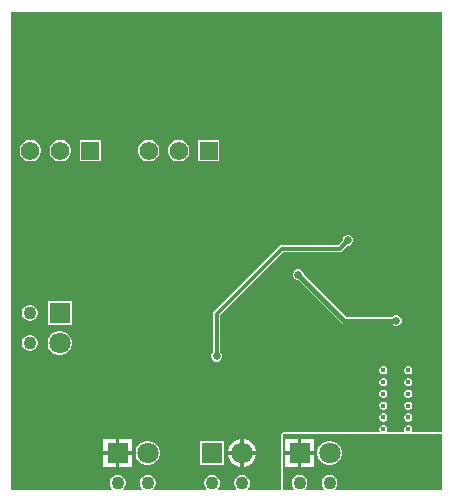
<source format=gbr>
%TF.GenerationSoftware,Altium Limited,Altium Designer,24.6.1 (21)*%
G04 Layer_Physical_Order=4*
G04 Layer_Color=16711680*
%FSLAX45Y45*%
%MOMM*%
%TF.SameCoordinates,18E76ECD-83C5-444D-8C50-6D49F83D0F89*%
%TF.FilePolarity,Positive*%
%TF.FileFunction,Copper,L4,Bot,Signal*%
%TF.Part,Single*%
G01*
G75*
%TA.AperFunction,Conductor*%
%ADD37C,0.30000*%
%ADD38C,0.38100*%
%TA.AperFunction,ComponentPad*%
%ADD39C,1.10000*%
%ADD40R,1.80000X1.80000*%
%ADD41C,1.80000*%
%ADD42C,1.57480*%
%ADD43R,1.57480X1.57480*%
%ADD44R,1.80000X1.80000*%
%TA.AperFunction,ViaPad*%
%ADD45C,0.45000*%
%ADD46C,0.65000*%
%ADD47C,0.60000*%
G36*
X1824511Y-1536470D02*
X1579360D01*
X1572097Y-1523970D01*
X1575000Y-1516962D01*
Y-1503038D01*
X1569671Y-1490174D01*
X1559826Y-1480329D01*
X1546962Y-1475000D01*
X1533038D01*
X1520174Y-1480329D01*
X1510328Y-1490174D01*
X1505000Y-1503038D01*
Y-1516962D01*
X1507902Y-1523970D01*
X1500640Y-1536470D01*
X1369360D01*
X1362097Y-1523970D01*
X1365000Y-1516962D01*
Y-1503038D01*
X1359671Y-1490174D01*
X1349826Y-1480329D01*
X1336962Y-1475000D01*
X1323038D01*
X1310174Y-1480329D01*
X1300328Y-1490174D01*
X1295000Y-1503038D01*
Y-1516962D01*
X1297902Y-1523970D01*
X1290640Y-1536470D01*
X480000D01*
X470433Y-1540433D01*
X466470Y-1550000D01*
Y-2024512D01*
X186626D01*
X181448Y-2012011D01*
X188013Y-2005446D01*
X196900Y-1990054D01*
X201500Y-1972887D01*
Y-1955114D01*
X196900Y-1937946D01*
X188013Y-1922554D01*
X175446Y-1909987D01*
X160054Y-1901100D01*
X142886Y-1896500D01*
X125114D01*
X107946Y-1901100D01*
X92554Y-1909987D01*
X79987Y-1922554D01*
X71100Y-1937946D01*
X66500Y-1955114D01*
Y-1972887D01*
X71100Y-1990054D01*
X79987Y-2005446D01*
X86552Y-2012011D01*
X81374Y-2024512D01*
X-67374D01*
X-72552Y-2012011D01*
X-65987Y-2005446D01*
X-57100Y-1990054D01*
X-52500Y-1972887D01*
Y-1955114D01*
X-57100Y-1937946D01*
X-65987Y-1922554D01*
X-78554Y-1909987D01*
X-93946Y-1901100D01*
X-111114Y-1896500D01*
X-128886D01*
X-146054Y-1901100D01*
X-161446Y-1909987D01*
X-174013Y-1922554D01*
X-182900Y-1937946D01*
X-187500Y-1955114D01*
Y-1972887D01*
X-182900Y-1990054D01*
X-174013Y-2005446D01*
X-167448Y-2012011D01*
X-172626Y-2024512D01*
X-613374D01*
X-618552Y-2012011D01*
X-611987Y-2005446D01*
X-603100Y-1990054D01*
X-598500Y-1972887D01*
Y-1955114D01*
X-603100Y-1937946D01*
X-611987Y-1922554D01*
X-624554Y-1909987D01*
X-639946Y-1901100D01*
X-657114Y-1896500D01*
X-674887D01*
X-692054Y-1901100D01*
X-707446Y-1909987D01*
X-720014Y-1922554D01*
X-728900Y-1937946D01*
X-733500Y-1955114D01*
Y-1972887D01*
X-728900Y-1990054D01*
X-720014Y-2005446D01*
X-713448Y-2012011D01*
X-718626Y-2024512D01*
X-867374D01*
X-872552Y-2012011D01*
X-865987Y-2005446D01*
X-857100Y-1990054D01*
X-852500Y-1972887D01*
Y-1955114D01*
X-857100Y-1937946D01*
X-865987Y-1922554D01*
X-878554Y-1909987D01*
X-893946Y-1901100D01*
X-911114Y-1896500D01*
X-928887D01*
X-946054Y-1901100D01*
X-961446Y-1909987D01*
X-974014Y-1922554D01*
X-982900Y-1937946D01*
X-987500Y-1955114D01*
Y-1972887D01*
X-982900Y-1990054D01*
X-974014Y-2005446D01*
X-967448Y-2012011D01*
X-972626Y-2024512D01*
X-1824512D01*
Y2024512D01*
X1824511D01*
Y-1536470D01*
D02*
G37*
G36*
Y-2024512D02*
X926908D01*
X921648Y-2011812D01*
X928013Y-2005446D01*
X936900Y-1990054D01*
X941500Y-1972887D01*
Y-1955114D01*
X936900Y-1937946D01*
X928013Y-1922554D01*
X915446Y-1909987D01*
X900054Y-1901100D01*
X882886Y-1896500D01*
X865113D01*
X847946Y-1901100D01*
X832554Y-1909987D01*
X819986Y-1922554D01*
X811100Y-1937946D01*
X806500Y-1955114D01*
Y-1972887D01*
X811100Y-1990054D01*
X819986Y-2005446D01*
X826352Y-2011812D01*
X821091Y-2024512D01*
X672908D01*
X667648Y-2011812D01*
X674013Y-2005446D01*
X682900Y-1990054D01*
X687500Y-1972887D01*
Y-1955114D01*
X682900Y-1937946D01*
X674013Y-1922554D01*
X661446Y-1909987D01*
X646054Y-1901100D01*
X628886Y-1896500D01*
X611113D01*
X593946Y-1901100D01*
X578554Y-1909987D01*
X565986Y-1922554D01*
X557100Y-1937946D01*
X552500Y-1955114D01*
Y-1972887D01*
X557100Y-1990054D01*
X565986Y-2005446D01*
X572352Y-2011812D01*
X567091Y-2024512D01*
X480000D01*
Y-1550000D01*
X1824511D01*
Y-2024512D01*
D02*
G37*
%LPC*%
G36*
X-58760Y941240D02*
X-241240D01*
Y758760D01*
X-58760D01*
Y941240D01*
D02*
G37*
G36*
X-391988D02*
X-416012D01*
X-439218Y935022D01*
X-460023Y923010D01*
X-477010Y906023D01*
X-489023Y885217D01*
X-495240Y862012D01*
Y837988D01*
X-489023Y814782D01*
X-477010Y793977D01*
X-460023Y776990D01*
X-439218Y764977D01*
X-416012Y758760D01*
X-391988D01*
X-368783Y764977D01*
X-347977Y776990D01*
X-330990Y793977D01*
X-318978Y814782D01*
X-312760Y837988D01*
Y862012D01*
X-318978Y885217D01*
X-330990Y906023D01*
X-347977Y923010D01*
X-368783Y935022D01*
X-391988Y941240D01*
D02*
G37*
G36*
X-645988D02*
X-670012D01*
X-693218Y935022D01*
X-714023Y923010D01*
X-731010Y906023D01*
X-743023Y885217D01*
X-749240Y862012D01*
Y837988D01*
X-743023Y814782D01*
X-731010Y793977D01*
X-714023Y776990D01*
X-693218Y764977D01*
X-670012Y758760D01*
X-645988D01*
X-622783Y764977D01*
X-601977Y776990D01*
X-584990Y793977D01*
X-572978Y814782D01*
X-566760Y837988D01*
Y862012D01*
X-572978Y885217D01*
X-584990Y906023D01*
X-601977Y923010D01*
X-622783Y935022D01*
X-645988Y941240D01*
D02*
G37*
G36*
X-1058760D02*
X-1241240D01*
Y758760D01*
X-1058760D01*
Y941240D01*
D02*
G37*
G36*
X-1391988D02*
X-1416012D01*
X-1439218Y935022D01*
X-1460023Y923010D01*
X-1477011Y906023D01*
X-1489023Y885217D01*
X-1495240Y862012D01*
Y837988D01*
X-1489023Y814782D01*
X-1477011Y793977D01*
X-1460023Y776990D01*
X-1439218Y764977D01*
X-1416012Y758760D01*
X-1391988D01*
X-1368783Y764977D01*
X-1347977Y776990D01*
X-1330990Y793977D01*
X-1318978Y814782D01*
X-1312760Y837988D01*
Y862012D01*
X-1318978Y885217D01*
X-1330990Y906023D01*
X-1347977Y923010D01*
X-1368783Y935022D01*
X-1391988Y941240D01*
D02*
G37*
G36*
X-1645988D02*
X-1670012D01*
X-1693218Y935022D01*
X-1714023Y923010D01*
X-1731011Y906023D01*
X-1743023Y885217D01*
X-1749240Y862012D01*
Y837988D01*
X-1743023Y814782D01*
X-1731011Y793977D01*
X-1714023Y776990D01*
X-1693218Y764977D01*
X-1670012Y758760D01*
X-1645988D01*
X-1622783Y764977D01*
X-1601977Y776990D01*
X-1584990Y793977D01*
X-1572978Y814782D01*
X-1566760Y837988D01*
Y862012D01*
X-1572978Y885217D01*
X-1584990Y906023D01*
X-1601977Y923010D01*
X-1622783Y935022D01*
X-1645988Y941240D01*
D02*
G37*
G36*
X-1655114Y-458500D02*
X-1672887D01*
X-1690054Y-463100D01*
X-1705446Y-471987D01*
X-1718014Y-484554D01*
X-1726900Y-499946D01*
X-1731500Y-517114D01*
Y-534886D01*
X-1726900Y-552054D01*
X-1718014Y-567446D01*
X-1705446Y-580013D01*
X-1690054Y-588900D01*
X-1672887Y-593500D01*
X-1655114D01*
X-1637946Y-588900D01*
X-1622554Y-580013D01*
X-1609987Y-567446D01*
X-1601100Y-552054D01*
X-1596500Y-534886D01*
Y-517114D01*
X-1601100Y-499946D01*
X-1609987Y-484554D01*
X-1622554Y-471987D01*
X-1637946Y-463100D01*
X-1655114Y-458500D01*
D02*
G37*
G36*
X-1307500Y-423500D02*
X-1512500D01*
Y-628500D01*
X-1307500D01*
Y-423500D01*
D02*
G37*
G36*
X618951Y-155000D02*
X601049D01*
X584509Y-161851D01*
X571851Y-174509D01*
X565000Y-191049D01*
Y-208951D01*
X571851Y-225491D01*
X584509Y-238149D01*
X601049Y-245000D01*
X609508D01*
X977846Y-613339D01*
X988282Y-620312D01*
X1000592Y-622761D01*
X1409174D01*
X1415155Y-628742D01*
X1431694Y-635593D01*
X1449597D01*
X1466136Y-628742D01*
X1478795Y-616083D01*
X1485646Y-599544D01*
Y-581641D01*
X1478795Y-565102D01*
X1466136Y-552443D01*
X1449597Y-545592D01*
X1431694D01*
X1415155Y-552443D01*
X1409174Y-558424D01*
X1013916D01*
X655000Y-199508D01*
Y-191049D01*
X648149Y-174509D01*
X635490Y-161851D01*
X618951Y-155000D01*
D02*
G37*
G36*
X-1655114Y-712500D02*
X-1672887D01*
X-1690054Y-717100D01*
X-1705446Y-725987D01*
X-1718014Y-738554D01*
X-1726900Y-753946D01*
X-1731500Y-771114D01*
Y-788886D01*
X-1726900Y-806054D01*
X-1718014Y-821446D01*
X-1705446Y-834013D01*
X-1690054Y-842900D01*
X-1672887Y-847500D01*
X-1655114D01*
X-1637946Y-842900D01*
X-1622554Y-834013D01*
X-1609987Y-821446D01*
X-1601100Y-806054D01*
X-1596500Y-788886D01*
Y-771114D01*
X-1601100Y-753946D01*
X-1609987Y-738554D01*
X-1622554Y-725987D01*
X-1637946Y-717100D01*
X-1655114Y-712500D01*
D02*
G37*
G36*
X-1396506Y-677500D02*
X-1423494D01*
X-1449564Y-684485D01*
X-1472937Y-697980D01*
X-1492021Y-717064D01*
X-1505515Y-740436D01*
X-1512500Y-766506D01*
Y-793494D01*
X-1505515Y-819564D01*
X-1492021Y-842936D01*
X-1472937Y-862020D01*
X-1449564Y-875515D01*
X-1423494Y-882500D01*
X-1396506D01*
X-1370437Y-875515D01*
X-1347064Y-862020D01*
X-1327980Y-842936D01*
X-1314486Y-819564D01*
X-1307500Y-793494D01*
Y-766506D01*
X-1314486Y-740436D01*
X-1327980Y-717064D01*
X-1347064Y-697980D01*
X-1370437Y-684485D01*
X-1396506Y-677500D01*
D02*
G37*
G36*
X1038951Y135000D02*
X1021049D01*
X1004509Y128149D01*
X991850Y115490D01*
X985000Y98951D01*
Y84653D01*
X948386Y48039D01*
X470000D01*
X459270Y45904D01*
X450173Y39826D01*
X-102327Y-512674D01*
X-108405Y-521770D01*
X-110539Y-532500D01*
Y-856899D01*
X-120649Y-867009D01*
X-127500Y-883549D01*
Y-901451D01*
X-120649Y-917991D01*
X-107991Y-930649D01*
X-91451Y-937500D01*
X-73549D01*
X-57010Y-930649D01*
X-44351Y-917991D01*
X-37500Y-901451D01*
Y-883549D01*
X-44351Y-867009D01*
X-54461Y-856899D01*
Y-544114D01*
X481614Y-8039D01*
X960000D01*
X970730Y-5904D01*
X979826Y173D01*
X1024653Y45000D01*
X1038951D01*
X1055490Y51851D01*
X1068149Y64509D01*
X1075000Y81049D01*
Y98951D01*
X1068149Y115490D01*
X1055490Y128149D01*
X1038951Y135000D01*
D02*
G37*
G36*
X1546962Y-975000D02*
X1533038D01*
X1520174Y-980328D01*
X1510328Y-990174D01*
X1505000Y-1003038D01*
Y-1016962D01*
X1510328Y-1029826D01*
X1520174Y-1039672D01*
X1533038Y-1045000D01*
X1546962D01*
X1559826Y-1039672D01*
X1569671Y-1029826D01*
X1575000Y-1016962D01*
Y-1003038D01*
X1569671Y-990174D01*
X1559826Y-980328D01*
X1546962Y-975000D01*
D02*
G37*
G36*
X1336962D02*
X1323038D01*
X1310174Y-980328D01*
X1300328Y-990174D01*
X1295000Y-1003038D01*
Y-1016962D01*
X1300328Y-1029826D01*
X1310174Y-1039672D01*
X1323038Y-1045000D01*
X1336962D01*
X1349826Y-1039672D01*
X1359671Y-1029826D01*
X1365000Y-1016962D01*
Y-1003038D01*
X1359671Y-990174D01*
X1349826Y-980328D01*
X1336962Y-975000D01*
D02*
G37*
G36*
X1546962Y-1075000D02*
X1533038D01*
X1520174Y-1080329D01*
X1510328Y-1090174D01*
X1505000Y-1103038D01*
Y-1116962D01*
X1510328Y-1129826D01*
X1520174Y-1139672D01*
X1533038Y-1145000D01*
X1546962D01*
X1559826Y-1139672D01*
X1569671Y-1129826D01*
X1575000Y-1116962D01*
Y-1103038D01*
X1569671Y-1090174D01*
X1559826Y-1080329D01*
X1546962Y-1075000D01*
D02*
G37*
G36*
X1336962D02*
X1323038D01*
X1310174Y-1080329D01*
X1300328Y-1090174D01*
X1295000Y-1103038D01*
Y-1116962D01*
X1300328Y-1129826D01*
X1310174Y-1139672D01*
X1323038Y-1145000D01*
X1336962D01*
X1349826Y-1139672D01*
X1359671Y-1129826D01*
X1365000Y-1116962D01*
Y-1103038D01*
X1359671Y-1090174D01*
X1349826Y-1080329D01*
X1336962Y-1075000D01*
D02*
G37*
G36*
X1546962Y-1175000D02*
X1533038D01*
X1520174Y-1180329D01*
X1510328Y-1190174D01*
X1505000Y-1203038D01*
Y-1216962D01*
X1510328Y-1229826D01*
X1520174Y-1239672D01*
X1533038Y-1245000D01*
X1546962D01*
X1559826Y-1239672D01*
X1569671Y-1229826D01*
X1575000Y-1216962D01*
Y-1203038D01*
X1569671Y-1190174D01*
X1559826Y-1180329D01*
X1546962Y-1175000D01*
D02*
G37*
G36*
X1336962D02*
X1323038D01*
X1310174Y-1180329D01*
X1300328Y-1190174D01*
X1295000Y-1203038D01*
Y-1216962D01*
X1300328Y-1229826D01*
X1310174Y-1239672D01*
X1323038Y-1245000D01*
X1336962D01*
X1349826Y-1239672D01*
X1359671Y-1229826D01*
X1365000Y-1216962D01*
Y-1203038D01*
X1359671Y-1190174D01*
X1349826Y-1180329D01*
X1336962Y-1175000D01*
D02*
G37*
G36*
X1546962Y-1275000D02*
X1533038D01*
X1520174Y-1280329D01*
X1510328Y-1290174D01*
X1505000Y-1303038D01*
Y-1316962D01*
X1510328Y-1329826D01*
X1520174Y-1339672D01*
X1533038Y-1345000D01*
X1546962D01*
X1559826Y-1339672D01*
X1569671Y-1329826D01*
X1575000Y-1316962D01*
Y-1303038D01*
X1569671Y-1290174D01*
X1559826Y-1280329D01*
X1546962Y-1275000D01*
D02*
G37*
G36*
X1336962D02*
X1323038D01*
X1310174Y-1280329D01*
X1300328Y-1290174D01*
X1295000Y-1303038D01*
Y-1316962D01*
X1300328Y-1329826D01*
X1310174Y-1339672D01*
X1323038Y-1345000D01*
X1336962D01*
X1349826Y-1339672D01*
X1359671Y-1329826D01*
X1365000Y-1316962D01*
Y-1303038D01*
X1359671Y-1290174D01*
X1349826Y-1280329D01*
X1336962Y-1275000D01*
D02*
G37*
G36*
X1546962Y-1375000D02*
X1533038D01*
X1520174Y-1380329D01*
X1510328Y-1390174D01*
X1505000Y-1403038D01*
Y-1416962D01*
X1510328Y-1429826D01*
X1520174Y-1439672D01*
X1533038Y-1445000D01*
X1546962D01*
X1559826Y-1439672D01*
X1569671Y-1429826D01*
X1575000Y-1416962D01*
Y-1403038D01*
X1569671Y-1390174D01*
X1559826Y-1380329D01*
X1546962Y-1375000D01*
D02*
G37*
G36*
X1336962D02*
X1323038D01*
X1310174Y-1380329D01*
X1300328Y-1390174D01*
X1295000Y-1403038D01*
Y-1416962D01*
X1300328Y-1429826D01*
X1310174Y-1439672D01*
X1323038Y-1445000D01*
X1336962D01*
X1349826Y-1439672D01*
X1359671Y-1429826D01*
X1365000Y-1416962D01*
Y-1403038D01*
X1359671Y-1390174D01*
X1349826Y-1380329D01*
X1336962Y-1375000D01*
D02*
G37*
G36*
X149798Y-1590000D02*
X149000D01*
Y-1695000D01*
X254000D01*
Y-1694202D01*
X245822Y-1663682D01*
X230024Y-1636319D01*
X207682Y-1613976D01*
X180318Y-1598178D01*
X149798Y-1590000D01*
D02*
G37*
G36*
X119000D02*
X118202D01*
X87682Y-1598178D01*
X60318Y-1613976D01*
X37976Y-1636319D01*
X22178Y-1663682D01*
X14000Y-1694202D01*
Y-1695000D01*
X119000D01*
Y-1590000D01*
D02*
G37*
G36*
X-800000D02*
X-905000D01*
Y-1695000D01*
X-800000D01*
Y-1590000D01*
D02*
G37*
G36*
X-935000D02*
X-1040000D01*
Y-1695000D01*
X-935000D01*
Y-1590000D01*
D02*
G37*
G36*
X-17500Y-1607500D02*
X-222500D01*
Y-1812500D01*
X-17500D01*
Y-1607500D01*
D02*
G37*
G36*
X-652506D02*
X-679494D01*
X-705564Y-1614485D01*
X-728937Y-1627980D01*
X-748021Y-1647064D01*
X-761515Y-1670437D01*
X-768500Y-1696506D01*
Y-1723494D01*
X-761515Y-1749564D01*
X-748021Y-1772937D01*
X-728937Y-1792021D01*
X-705564Y-1805515D01*
X-679494Y-1812500D01*
X-652506D01*
X-626437Y-1805515D01*
X-603064Y-1792021D01*
X-583980Y-1772937D01*
X-570486Y-1749564D01*
X-563500Y-1723494D01*
Y-1696506D01*
X-570486Y-1670437D01*
X-583980Y-1647064D01*
X-603064Y-1627980D01*
X-626437Y-1614485D01*
X-652506Y-1607500D01*
D02*
G37*
G36*
X254000Y-1725000D02*
X149000D01*
Y-1830000D01*
X149798D01*
X180318Y-1821822D01*
X207682Y-1806024D01*
X230024Y-1783682D01*
X245822Y-1756318D01*
X254000Y-1725798D01*
Y-1725000D01*
D02*
G37*
G36*
X119000D02*
X14000D01*
Y-1725798D01*
X22178Y-1756318D01*
X37976Y-1783682D01*
X60318Y-1806024D01*
X87682Y-1821822D01*
X118202Y-1830000D01*
X119000D01*
Y-1725000D01*
D02*
G37*
G36*
X-800000D02*
X-905000D01*
Y-1830000D01*
X-800000D01*
Y-1725000D01*
D02*
G37*
G36*
X-935000D02*
X-1040000D01*
Y-1830000D01*
X-935000D01*
Y-1725000D01*
D02*
G37*
G36*
X740000Y-1590000D02*
X635000D01*
Y-1695000D01*
X740000D01*
Y-1590000D01*
D02*
G37*
G36*
X605000D02*
X500000D01*
Y-1695000D01*
X605000D01*
Y-1590000D01*
D02*
G37*
G36*
X887494Y-1607500D02*
X860506D01*
X834436Y-1614485D01*
X811063Y-1627980D01*
X791979Y-1647064D01*
X778485Y-1670437D01*
X771500Y-1696506D01*
Y-1723494D01*
X778485Y-1749564D01*
X791979Y-1772937D01*
X811063Y-1792021D01*
X834436Y-1805515D01*
X860506Y-1812500D01*
X887494D01*
X913563Y-1805515D01*
X936936Y-1792021D01*
X956020Y-1772937D01*
X969514Y-1749564D01*
X976500Y-1723494D01*
Y-1696506D01*
X969514Y-1670437D01*
X956020Y-1647064D01*
X936936Y-1627980D01*
X913563Y-1614485D01*
X887494Y-1607500D01*
D02*
G37*
G36*
X740000Y-1725000D02*
X635000D01*
Y-1830000D01*
X740000D01*
Y-1725000D01*
D02*
G37*
G36*
X605000D02*
X500000D01*
Y-1830000D01*
X605000D01*
Y-1725000D01*
D02*
G37*
%LPD*%
D37*
X-82500Y-532500D02*
X470000Y20000D01*
X960000D02*
X1030000Y90000D01*
X470000Y20000D02*
X960000D01*
X-82500Y-892500D02*
Y-532500D01*
D38*
X1000592Y-590592D02*
X1440646D01*
X610000Y-200000D02*
X1000592Y-590592D01*
D39*
X620000Y-1964000D02*
D03*
X874000D02*
D03*
X-1664000Y-526000D02*
D03*
Y-780000D02*
D03*
X-120000Y-1964000D02*
D03*
X134000D02*
D03*
X-920000D02*
D03*
X-666000D02*
D03*
D40*
X620000Y-1710000D02*
D03*
X-120000D02*
D03*
X-920000D02*
D03*
D41*
X874000D02*
D03*
X-1410000Y-780000D02*
D03*
X134000Y-1710000D02*
D03*
X-666000D02*
D03*
D42*
X-404000Y850000D02*
D03*
X-658000D02*
D03*
X-1404000D02*
D03*
X-1658000D02*
D03*
D43*
X-150000D02*
D03*
X-1150000D02*
D03*
D44*
X-1410000Y-526000D02*
D03*
D45*
X950000Y100000D02*
D03*
X870000Y110000D02*
D03*
X720000Y100000D02*
D03*
X560000Y90000D02*
D03*
X730000Y190000D02*
D03*
X1670000Y590001D02*
D03*
Y90001D02*
D03*
Y-409999D02*
D03*
Y-909999D02*
D03*
Y-1409999D02*
D03*
X1545000Y1840001D02*
D03*
Y840001D02*
D03*
X1420000Y590001D02*
D03*
X1545000Y340001D02*
D03*
X1295000Y1840001D02*
D03*
Y840001D02*
D03*
Y340001D02*
D03*
X1170000Y-409999D02*
D03*
X1045000Y1840001D02*
D03*
X920000Y-1409999D02*
D03*
X795000Y1840001D02*
D03*
X670000Y-409999D02*
D03*
X795000Y-1159999D02*
D03*
X670000Y-1409999D02*
D03*
X545000Y1840001D02*
D03*
Y-1159999D02*
D03*
X420000Y-1409999D02*
D03*
Y-1909999D02*
D03*
X295000Y1840001D02*
D03*
Y-1159999D02*
D03*
X170000Y-1409999D02*
D03*
X295000Y-1659999D02*
D03*
X45000Y1840001D02*
D03*
X-80000Y1590001D02*
D03*
X-205000Y1840001D02*
D03*
X-330000Y1590001D02*
D03*
X-205000Y1340001D02*
D03*
X-330000Y-1909999D02*
D03*
X-455000Y1840001D02*
D03*
X-580000Y1590001D02*
D03*
X-455000Y1340001D02*
D03*
Y-1659999D02*
D03*
X-705000Y1840001D02*
D03*
X-830000Y1590001D02*
D03*
X-705000Y1340001D02*
D03*
X-955000Y1840001D02*
D03*
X-1080000Y1590001D02*
D03*
X-955000Y1340001D02*
D03*
Y-1159999D02*
D03*
X-1080000Y-1409999D02*
D03*
Y-1909999D02*
D03*
X-1205000Y1840001D02*
D03*
X-1330000Y1590001D02*
D03*
X-1205000Y1340001D02*
D03*
Y-1159999D02*
D03*
X-1330000Y-1409999D02*
D03*
X-1205000Y-1659999D02*
D03*
X-1330000Y-1909999D02*
D03*
X-1455000Y1840001D02*
D03*
X-1580000Y1590001D02*
D03*
X-1455000Y1340001D02*
D03*
Y-1159999D02*
D03*
X-1580000Y-1409999D02*
D03*
X-1455000Y-1659999D02*
D03*
X-1580000Y-1909999D02*
D03*
X-465000Y-1360000D02*
D03*
X-415000D02*
D03*
X-365000D02*
D03*
X-365000Y-1310000D02*
D03*
X-415000D02*
D03*
X-465000D02*
D03*
X1330000Y-1110000D02*
D03*
Y-1210000D02*
D03*
Y-1310000D02*
D03*
Y-1410000D02*
D03*
Y-1510000D02*
D03*
Y-1610000D02*
D03*
Y-1710000D02*
D03*
Y-1810000D02*
D03*
Y-1910000D02*
D03*
Y-1010000D02*
D03*
X1260000Y-1495000D02*
D03*
Y-1395000D02*
D03*
Y-1295000D02*
D03*
Y-1195000D02*
D03*
Y-1095000D02*
D03*
X1235000Y-881674D02*
D03*
X1135000D02*
D03*
X1035000D02*
D03*
X935000D02*
D03*
X835000D02*
D03*
X735000D02*
D03*
X635000D02*
D03*
X535000D02*
D03*
X435000D02*
D03*
X335000D02*
D03*
X235000D02*
D03*
X134999D02*
D03*
X935000Y-1071674D02*
D03*
X835000D02*
D03*
X735000D02*
D03*
X635000D02*
D03*
X535000D02*
D03*
X435000D02*
D03*
X335000D02*
D03*
X235000D02*
D03*
X134999D02*
D03*
X1070000Y-1095000D02*
D03*
Y-1195000D02*
D03*
Y-1295000D02*
D03*
Y-1395000D02*
D03*
Y-1495000D02*
D03*
X1540000Y-1010000D02*
D03*
Y-1910000D02*
D03*
Y-1810000D02*
D03*
Y-1710000D02*
D03*
Y-1610000D02*
D03*
Y-1510000D02*
D03*
Y-1410000D02*
D03*
Y-1310000D02*
D03*
Y-1210000D02*
D03*
Y-1110000D02*
D03*
X670000Y-580000D02*
D03*
Y-490000D02*
D03*
D46*
X-82500Y-892500D02*
D03*
X1030000Y90000D02*
D03*
X610000Y-200000D02*
D03*
X1440646Y-590592D02*
D03*
D47*
X-1199999Y250000D02*
D03*
X-1060000Y670000D02*
D03*
X-1130000Y600000D02*
D03*
X-1200000Y670000D02*
D03*
X-1410000Y180000D02*
D03*
X-1200000Y390000D02*
D03*
X-1270000Y600000D02*
D03*
X-1200000Y530000D02*
D03*
X-1340000D02*
D03*
X-1410000Y460000D02*
D03*
Y320000D02*
D03*
X-1340000Y390000D02*
D03*
%TF.MD5,1df639e85be60f80a78443c5a7d6dda6*%
M02*

</source>
